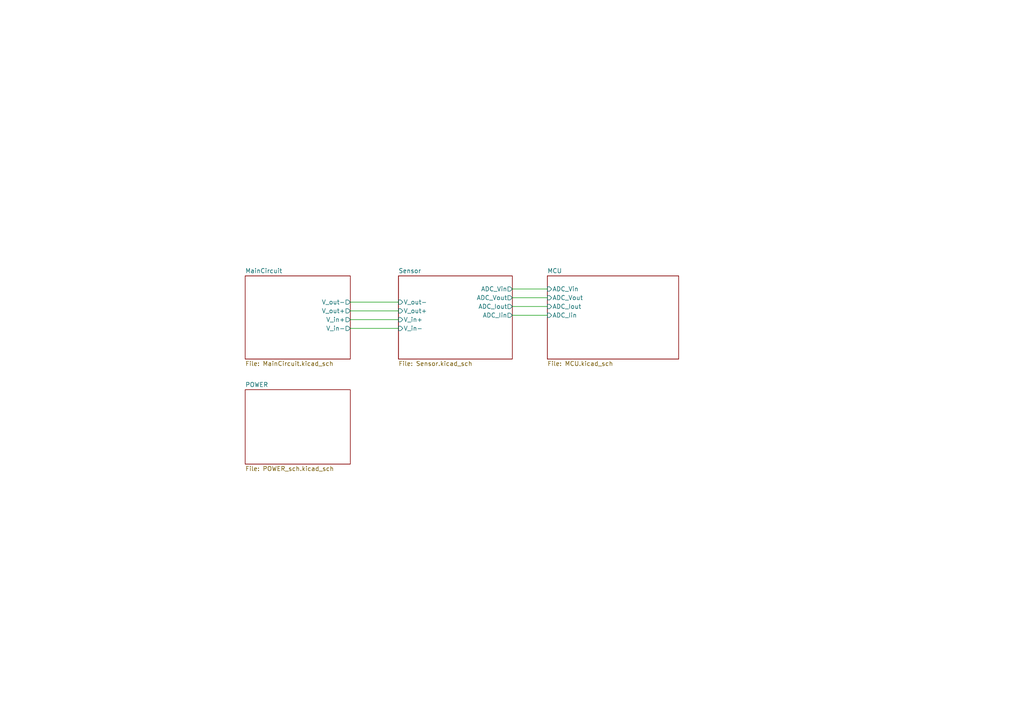
<source format=kicad_sch>
(kicad_sch
	(version 20231120)
	(generator "eeschema")
	(generator_version "8.0")
	(uuid "081edf49-b0d8-40ba-adb9-a8410c400630")
	(paper "A4")
	(lib_symbols)
	(wire
		(pts
			(xy 101.6 95.25) (xy 115.57 95.25)
		)
		(stroke
			(width 0)
			(type default)
		)
		(uuid "01caa90d-9298-4404-b90c-2b7399bc60f6")
	)
	(wire
		(pts
			(xy 101.6 92.71) (xy 115.57 92.71)
		)
		(stroke
			(width 0)
			(type default)
		)
		(uuid "0f8d2e97-9605-45fa-9657-e8094aaf903c")
	)
	(wire
		(pts
			(xy 148.59 83.82) (xy 158.75 83.82)
		)
		(stroke
			(width 0)
			(type default)
		)
		(uuid "2fbe63b4-700e-40b8-9468-d7a4fe447bd7")
	)
	(wire
		(pts
			(xy 101.6 87.63) (xy 115.57 87.63)
		)
		(stroke
			(width 0)
			(type default)
		)
		(uuid "57e17f33-30ac-4316-b342-ead611d2a5e0")
	)
	(wire
		(pts
			(xy 148.59 86.36) (xy 158.75 86.36)
		)
		(stroke
			(width 0)
			(type default)
		)
		(uuid "636d383b-1cfa-492b-92e0-91db639cd0be")
	)
	(wire
		(pts
			(xy 101.6 90.17) (xy 115.57 90.17)
		)
		(stroke
			(width 0)
			(type default)
		)
		(uuid "816ebd46-896e-4605-a778-3fc8fbd8ce4f")
	)
	(wire
		(pts
			(xy 148.59 88.9) (xy 158.75 88.9)
		)
		(stroke
			(width 0)
			(type default)
		)
		(uuid "886a5674-6185-49a6-a761-b8edf0d4b696")
	)
	(wire
		(pts
			(xy 148.59 91.44) (xy 158.75 91.44)
		)
		(stroke
			(width 0)
			(type default)
		)
		(uuid "b6927c8c-9609-498e-9a70-e351c3ed5721")
	)
	(sheet
		(at 158.75 80.01)
		(size 38.1 24.13)
		(fields_autoplaced yes)
		(stroke
			(width 0.1524)
			(type solid)
		)
		(fill
			(color 0 0 0 0.0000)
		)
		(uuid "21b4ef6e-1f19-46fd-a3c9-a5369f6beb22")
		(property "Sheetname" "MCU"
			(at 158.75 79.2984 0)
			(effects
				(font
					(size 1.27 1.27)
				)
				(justify left bottom)
			)
		)
		(property "Sheetfile" "MCU.kicad_sch"
			(at 158.75 104.7246 0)
			(effects
				(font
					(size 1.27 1.27)
				)
				(justify left top)
			)
		)
		(pin "ADC_Vout" input
			(at 158.75 86.36 180)
			(effects
				(font
					(size 1.27 1.27)
				)
				(justify left)
			)
			(uuid "5aa3db0f-6acb-4c95-bc54-3f197219d10e")
		)
		(pin "ADC_Vin" input
			(at 158.75 83.82 180)
			(effects
				(font
					(size 1.27 1.27)
				)
				(justify left)
			)
			(uuid "9934eae7-be16-49a1-8fdf-7a6ddca5e746")
		)
		(pin "ADC_Iout" input
			(at 158.75 88.9 180)
			(effects
				(font
					(size 1.27 1.27)
				)
				(justify left)
			)
			(uuid "b4971411-4395-4d93-94c9-90fee42751c4")
		)
		(pin "ADC_Iin" input
			(at 158.75 91.44 180)
			(effects
				(font
					(size 1.27 1.27)
				)
				(justify left)
			)
			(uuid "6ac61f81-db93-41c7-988d-eaad2429117f")
		)
		(instances
			(project "MW_Buck_Boost_CS"
				(path "/081edf49-b0d8-40ba-adb9-a8410c400630"
					(page "2")
				)
			)
		)
	)
	(sheet
		(at 115.57 80.01)
		(size 33.02 24.13)
		(fields_autoplaced yes)
		(stroke
			(width 0.1524)
			(type solid)
		)
		(fill
			(color 0 0 0 0.0000)
		)
		(uuid "342f2c6f-8c0c-4035-953e-c752ba3d69c7")
		(property "Sheetname" "Sensor"
			(at 115.57 79.2984 0)
			(effects
				(font
					(size 1.27 1.27)
				)
				(justify left bottom)
			)
		)
		(property "Sheetfile" "Sensor.kicad_sch"
			(at 115.57 104.7246 0)
			(effects
				(font
					(size 1.27 1.27)
				)
				(justify left top)
			)
		)
		(pin "V_out-" input
			(at 115.57 87.63 180)
			(effects
				(font
					(size 1.27 1.27)
				)
				(justify left)
			)
			(uuid "398a1503-f5c3-4e6f-a0b5-c62d970fb142")
		)
		(pin "V_out+" input
			(at 115.57 90.17 180)
			(effects
				(font
					(size 1.27 1.27)
				)
				(justify left)
			)
			(uuid "2ff33707-3d20-4442-92f7-81bb7ca6c9c2")
		)
		(pin "V_in-" input
			(at 115.57 95.25 180)
			(effects
				(font
					(size 1.27 1.27)
				)
				(justify left)
			)
			(uuid "5a73f384-aa77-4213-878f-3e9655668970")
		)
		(pin "V_in+" input
			(at 115.57 92.71 180)
			(effects
				(font
					(size 1.27 1.27)
				)
				(justify left)
			)
			(uuid "991a3c0b-1ddb-4b87-ab29-ea821d4e72bb")
		)
		(pin "ADC_Vin" output
			(at 148.59 83.82 0)
			(effects
				(font
					(size 1.27 1.27)
				)
				(justify right)
			)
			(uuid "de0a948b-4e2f-4ca5-974b-3f0e36da8a06")
		)
		(pin "ADC_Vout" output
			(at 148.59 86.36 0)
			(effects
				(font
					(size 1.27 1.27)
				)
				(justify right)
			)
			(uuid "0182e00c-6f1c-4bd6-9490-3c7cb6c51c53")
		)
		(pin "ADC_Iout" output
			(at 148.59 88.9 0)
			(effects
				(font
					(size 1.27 1.27)
				)
				(justify right)
			)
			(uuid "f55bd0b7-0a05-432b-bd98-fd70277ac0fa")
		)
		(pin "ADC_Iin" output
			(at 148.59 91.44 0)
			(effects
				(font
					(size 1.27 1.27)
				)
				(justify right)
			)
			(uuid "709cf5aa-dbdb-4127-ad9d-57ddfdf3c549")
		)
		(instances
			(project "MW_Buck_Boost_CS"
				(path "/081edf49-b0d8-40ba-adb9-a8410c400630"
					(page "5")
				)
			)
		)
	)
	(sheet
		(at 71.12 80.01)
		(size 30.48 24.13)
		(fields_autoplaced yes)
		(stroke
			(width 0.1524)
			(type solid)
		)
		(fill
			(color 0 0 0 0.0000)
		)
		(uuid "be026bcc-e674-475b-a33d-280dada3c8a5")
		(property "Sheetname" "MainCircuit"
			(at 71.12 79.2984 0)
			(effects
				(font
					(size 1.27 1.27)
				)
				(justify left bottom)
			)
		)
		(property "Sheetfile" "MainCircuit.kicad_sch"
			(at 71.12 104.7246 0)
			(effects
				(font
					(size 1.27 1.27)
				)
				(justify left top)
			)
		)
		(pin "V_out-" output
			(at 101.6 87.63 0)
			(effects
				(font
					(size 1.27 1.27)
				)
				(justify right)
			)
			(uuid "6449017b-e6e9-4666-82f8-1a877f756c6a")
		)
		(pin "V_out+" output
			(at 101.6 90.17 0)
			(effects
				(font
					(size 1.27 1.27)
				)
				(justify right)
			)
			(uuid "98f443ca-4535-4a5e-8381-3a9d0b9e1b69")
		)
		(pin "V_in+" output
			(at 101.6 92.71 0)
			(effects
				(font
					(size 1.27 1.27)
				)
				(justify right)
			)
			(uuid "f9e85be0-348a-4554-970a-309458219d6c")
		)
		(pin "V_in-" output
			(at 101.6 95.25 0)
			(effects
				(font
					(size 1.27 1.27)
				)
				(justify right)
			)
			(uuid "2384fd34-ce54-4974-bf38-85168166060d")
		)
		(instances
			(project "MW_Buck_Boost_CS"
				(path "/081edf49-b0d8-40ba-adb9-a8410c400630"
					(page "3")
				)
			)
		)
	)
	(sheet
		(at 71.12 113.03)
		(size 30.48 21.59)
		(fields_autoplaced yes)
		(stroke
			(width 0.1524)
			(type solid)
		)
		(fill
			(color 0 0 0 0.0000)
		)
		(uuid "da3b230b-2ede-429d-8d75-aa93230850ea")
		(property "Sheetname" "POWER"
			(at 71.12 112.3184 0)
			(effects
				(font
					(size 1.27 1.27)
				)
				(justify left bottom)
			)
		)
		(property "Sheetfile" "POWER_sch.kicad_sch"
			(at 71.12 135.2046 0)
			(effects
				(font
					(size 1.27 1.27)
				)
				(justify left top)
			)
		)
		(instances
			(project "MW_Buck_Boost_CS"
				(path "/081edf49-b0d8-40ba-adb9-a8410c400630"
					(page "4")
				)
			)
		)
	)
	(sheet_instances
		(path "/"
			(page "1")
		)
	)
)

</source>
